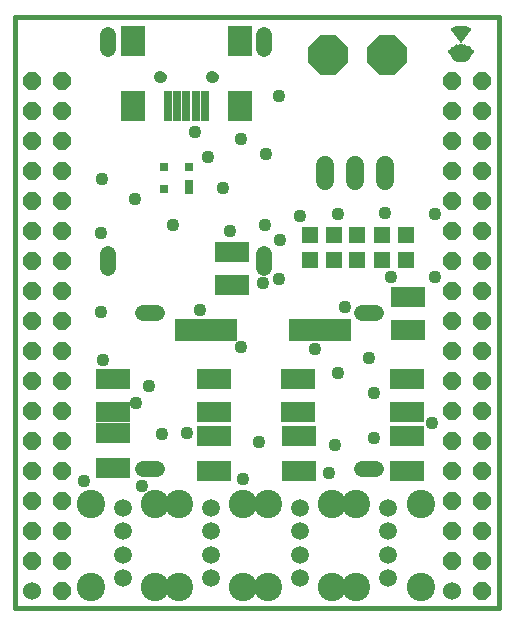
<source format=gts>
G75*
%MOIN*%
%OFA0B0*%
%FSLAX24Y24*%
%IPPOS*%
%LPD*%
%AMOC8*
5,1,8,0,0,1.08239X$1,22.5*
%
%ADD10C,0.0160*%
%ADD11C,0.0600*%
%ADD12OC8,0.0600*%
%ADD13R,0.0312X0.0004*%
%ADD14R,0.0344X0.0004*%
%ADD15R,0.0368X0.0004*%
%ADD16R,0.0392X0.0004*%
%ADD17R,0.0408X0.0004*%
%ADD18R,0.0424X0.0004*%
%ADD19R,0.0432X0.0004*%
%ADD20R,0.0448X0.0004*%
%ADD21R,0.0456X0.0004*%
%ADD22R,0.0472X0.0004*%
%ADD23R,0.0480X0.0004*%
%ADD24R,0.0488X0.0004*%
%ADD25R,0.0496X0.0004*%
%ADD26R,0.0504X0.0004*%
%ADD27R,0.0512X0.0004*%
%ADD28R,0.0520X0.0004*%
%ADD29R,0.0528X0.0004*%
%ADD30R,0.0536X0.0004*%
%ADD31R,0.0536X0.0004*%
%ADD32R,0.0544X0.0004*%
%ADD33R,0.0552X0.0004*%
%ADD34R,0.0560X0.0004*%
%ADD35R,0.0560X0.0004*%
%ADD36R,0.0568X0.0004*%
%ADD37R,0.0576X0.0004*%
%ADD38R,0.0584X0.0004*%
%ADD39R,0.0592X0.0004*%
%ADD40R,0.0592X0.0004*%
%ADD41R,0.0600X0.0004*%
%ADD42R,0.0608X0.0004*%
%ADD43R,0.0608X0.0004*%
%ADD44R,0.0616X0.0004*%
%ADD45R,0.0624X0.0004*%
%ADD46R,0.0632X0.0004*%
%ADD47R,0.0632X0.0004*%
%ADD48R,0.0640X0.0004*%
%ADD49R,0.0648X0.0004*%
%ADD50R,0.0648X0.0004*%
%ADD51R,0.0656X0.0004*%
%ADD52R,0.0664X0.0004*%
%ADD53R,0.0664X0.0004*%
%ADD54R,0.0672X0.0004*%
%ADD55R,0.0680X0.0004*%
%ADD56R,0.0680X0.0004*%
%ADD57R,0.0688X0.0004*%
%ADD58R,0.0696X0.0004*%
%ADD59R,0.0700X0.0004*%
%ADD60R,0.0708X0.0004*%
%ADD61R,0.0716X0.0004*%
%ADD62R,0.0720X0.0004*%
%ADD63R,0.0720X0.0004*%
%ADD64R,0.0724X0.0004*%
%ADD65R,0.0808X0.0004*%
%ADD66R,0.0824X0.0004*%
%ADD67R,0.0832X0.0004*%
%ADD68R,0.0840X0.0004*%
%ADD69R,0.0848X0.0004*%
%ADD70R,0.0856X0.0004*%
%ADD71R,0.0860X0.0004*%
%ADD72R,0.0864X0.0004*%
%ADD73R,0.0864X0.0004*%
%ADD74R,0.0868X0.0004*%
%ADD75R,0.0872X0.0004*%
%ADD76R,0.0872X0.0004*%
%ADD77R,0.0860X0.0004*%
%ADD78R,0.0832X0.0004*%
%ADD79R,0.0824X0.0004*%
%ADD80R,0.0708X0.0004*%
%ADD81R,0.0712X0.0004*%
%ADD82R,0.0712X0.0004*%
%ADD83R,0.0700X0.0004*%
%ADD84R,0.0696X0.0004*%
%ADD85R,0.0692X0.0004*%
%ADD86R,0.0668X0.0004*%
%ADD87R,0.0660X0.0004*%
%ADD88R,0.0452X0.0004*%
%ADD89R,0.0188X0.0004*%
%ADD90R,0.0448X0.0004*%
%ADD91R,0.0440X0.0004*%
%ADD92R,0.0184X0.0004*%
%ADD93R,0.0432X0.0004*%
%ADD94R,0.0184X0.0004*%
%ADD95R,0.0424X0.0004*%
%ADD96R,0.0412X0.0004*%
%ADD97R,0.0128X0.0004*%
%ADD98R,0.0044X0.0004*%
%ADD99R,0.0400X0.0004*%
%ADD100R,0.0008X0.0004*%
%ADD101R,0.0388X0.0004*%
%ADD102R,0.0132X0.0004*%
%ADD103R,0.0360X0.0004*%
%ADD104R,0.0136X0.0004*%
%ADD105R,0.0340X0.0004*%
%ADD106R,0.0140X0.0004*%
%ADD107R,0.0328X0.0004*%
%ADD108R,0.0144X0.0004*%
%ADD109R,0.0324X0.0004*%
%ADD110R,0.0148X0.0004*%
%ADD111R,0.0320X0.0004*%
%ADD112R,0.0156X0.0004*%
%ADD113R,0.0316X0.0004*%
%ADD114R,0.0176X0.0004*%
%ADD115R,0.0080X0.0004*%
%ADD116R,0.0052X0.0004*%
%ADD117R,0.0380X0.0004*%
%ADD118R,0.0372X0.0004*%
%ADD119R,0.0356X0.0004*%
%ADD120R,0.0004X0.0004*%
%ADD121R,0.0308X0.0004*%
%ADD122R,0.0060X0.0004*%
%ADD123R,0.0240X0.0004*%
%ADD124R,0.0232X0.0004*%
%ADD125R,0.0044X0.0004*%
%ADD126R,0.0164X0.0004*%
%ADD127R,0.0056X0.0004*%
%ADD128R,0.0036X0.0004*%
%ADD129R,0.0156X0.0004*%
%ADD130R,0.0048X0.0004*%
%ADD131R,0.0024X0.0004*%
%ADD132R,0.0036X0.0004*%
%ADD133R,0.0016X0.0004*%
%ADD134R,0.0028X0.0004*%
%ADD135R,0.0012X0.0004*%
%ADD136R,0.0124X0.0004*%
%ADD137R,0.0108X0.0004*%
%ADD138R,0.0008X0.0004*%
%ADD139R,0.0092X0.0004*%
%ADD140R,0.0068X0.0004*%
%ADD141R,0.0008X0.0004*%
%ADD142R,0.0016X0.0004*%
%ADD143R,0.0024X0.0004*%
%ADD144R,0.0032X0.0004*%
%ADD145R,0.0032X0.0004*%
%ADD146R,0.0040X0.0004*%
%ADD147R,0.0056X0.0004*%
%ADD148R,0.0064X0.0004*%
%ADD149R,0.0072X0.0004*%
%ADD150R,0.0088X0.0004*%
%ADD151R,0.0096X0.0004*%
%ADD152R,0.0104X0.0004*%
%ADD153R,0.0112X0.0004*%
%ADD154R,0.0120X0.0004*%
%ADD155R,0.0124X0.0004*%
%ADD156R,0.0128X0.0004*%
%ADD157R,0.0144X0.0004*%
%ADD158R,0.0152X0.0004*%
%ADD159R,0.0152X0.0004*%
%ADD160R,0.0160X0.0004*%
%ADD161R,0.0168X0.0004*%
%ADD162R,0.0176X0.0004*%
%ADD163R,0.0184X0.0004*%
%ADD164R,0.0192X0.0004*%
%ADD165R,0.0200X0.0004*%
%ADD166R,0.0208X0.0004*%
%ADD167R,0.0216X0.0004*%
%ADD168R,0.0216X0.0004*%
%ADD169R,0.0224X0.0004*%
%ADD170R,0.0232X0.0004*%
%ADD171R,0.0240X0.0004*%
%ADD172R,0.0248X0.0004*%
%ADD173R,0.0256X0.0004*%
%ADD174R,0.0264X0.0004*%
%ADD175R,0.0272X0.0004*%
%ADD176R,0.0280X0.0004*%
%ADD177R,0.0288X0.0004*%
%ADD178R,0.0296X0.0004*%
%ADD179R,0.0304X0.0004*%
%ADD180R,0.0320X0.0004*%
%ADD181R,0.0328X0.0004*%
%ADD182R,0.0336X0.0004*%
%ADD183R,0.0336X0.0004*%
%ADD184R,0.0200X0.0004*%
%ADD185R,0.0128X0.0004*%
%ADD186R,0.0204X0.0004*%
%ADD187R,0.0216X0.0004*%
%ADD188R,0.0228X0.0004*%
%ADD189R,0.0416X0.0004*%
%ADD190R,0.0424X0.0004*%
%ADD191R,0.0428X0.0004*%
%ADD192R,0.0304X0.0004*%
%ADD193R,0.0180X0.0004*%
%ADD194R,0.0112X0.0004*%
%ADD195R,0.0176X0.0004*%
%ADD196R,0.0112X0.0004*%
%ADD197R,0.0132X0.0004*%
%ADD198R,0.0116X0.0004*%
%ADD199R,0.0332X0.0004*%
%ADD200R,0.0336X0.0004*%
%ADD201R,0.0480X0.0004*%
%ADD202R,0.0496X0.0004*%
%ADD203R,0.0512X0.0004*%
%ADD204R,0.0544X0.0004*%
%ADD205R,0.0208X0.0004*%
%ADD206R,0.0356X0.0004*%
%ADD207R,0.0208X0.0004*%
%ADD208R,0.0364X0.0004*%
%ADD209R,0.0212X0.0004*%
%ADD210R,0.0368X0.0004*%
%ADD211R,0.0220X0.0004*%
%ADD212R,0.0600X0.0004*%
%ADD213R,0.0356X0.0004*%
%ADD214R,0.0228X0.0004*%
%ADD215R,0.0236X0.0004*%
%ADD216R,0.0360X0.0004*%
%ADD217R,0.0368X0.0004*%
%ADD218R,0.0244X0.0004*%
%ADD219R,0.0252X0.0004*%
%ADD220R,0.0376X0.0004*%
%ADD221R,0.0672X0.0004*%
%ADD222R,0.0624X0.0004*%
%ADD223R,0.0596X0.0004*%
%ADD224R,0.0552X0.0004*%
%ADD225R,0.0456X0.0004*%
%ADD226R,0.0384X0.0004*%
%ADD227R,0.0352X0.0004*%
%ADD228R,0.0188X0.0004*%
%ADD229R,0.0108X0.0004*%
%ADD230R,0.0257X0.1044*%
%ADD231R,0.0847X0.1044*%
%ADD232C,0.0000*%
%ADD233C,0.0414*%
%ADD234OC8,0.1310*%
%ADD235C,0.0532*%
%ADD236C,0.0600*%
%ADD237R,0.1123X0.0651*%
%ADD238R,0.1123X0.0690*%
%ADD239R,0.0532X0.0532*%
%ADD240R,0.0296X0.0454*%
%ADD241R,0.0296X0.0296*%
%ADD242R,0.2060X0.0760*%
%ADD243C,0.0591*%
%ADD244C,0.0946*%
%ADD245C,0.0436*%
D10*
X001046Y004003D02*
X017188Y004003D01*
X017188Y023688D01*
X001046Y023688D01*
X001046Y004003D01*
D11*
X001617Y004558D03*
X015617Y004558D03*
D12*
X016617Y004558D03*
X016617Y005558D03*
X016617Y006558D03*
X016617Y007558D03*
X016617Y008558D03*
X016617Y009558D03*
X016617Y010558D03*
X016617Y011558D03*
X016617Y012558D03*
X016617Y013558D03*
X016617Y014558D03*
X016617Y015558D03*
X016617Y016558D03*
X016617Y017558D03*
X016617Y018558D03*
X016617Y019558D03*
X016617Y020558D03*
X016617Y021558D03*
X015617Y021558D03*
X015617Y020558D03*
X015617Y019558D03*
X015617Y018558D03*
X015617Y017558D03*
X015617Y016558D03*
X015617Y015558D03*
X015617Y014558D03*
X015617Y013558D03*
X015617Y012558D03*
X015617Y011558D03*
X015617Y010558D03*
X015617Y009558D03*
X015617Y008558D03*
X015617Y007558D03*
X015617Y006558D03*
X015617Y005558D03*
X002617Y005558D03*
X002617Y006558D03*
X002617Y007558D03*
X002617Y008558D03*
X002617Y009558D03*
X002617Y010558D03*
X002617Y011558D03*
X002617Y012558D03*
X002617Y013558D03*
X002617Y014558D03*
X002617Y015558D03*
X002617Y016558D03*
X002617Y017558D03*
X002617Y018558D03*
X002617Y019558D03*
X002617Y020558D03*
X002617Y021558D03*
X001617Y021558D03*
X001617Y020558D03*
X001617Y019558D03*
X001617Y018558D03*
X001617Y017558D03*
X001617Y016558D03*
X001617Y015558D03*
X001617Y014558D03*
X001617Y013558D03*
X001617Y012558D03*
X001617Y011558D03*
X001617Y010558D03*
X001617Y009558D03*
X001617Y008558D03*
X001617Y007558D03*
X001617Y006558D03*
X001617Y005558D03*
X002617Y004558D03*
D13*
X015926Y022205D03*
X015930Y022717D03*
X015926Y023017D03*
X015926Y023021D03*
D14*
X015926Y022209D03*
D15*
X015926Y022213D03*
D16*
X015926Y022217D03*
X015902Y022701D03*
D17*
X015926Y023081D03*
X015926Y023085D03*
X015926Y023341D03*
X015926Y022221D03*
D18*
X015926Y022225D03*
D19*
X015926Y022229D03*
X015926Y023101D03*
X015926Y023337D03*
D20*
X015926Y022233D03*
D21*
X015926Y022237D03*
D22*
X015926Y022241D03*
D23*
X015926Y022245D03*
X015926Y023329D03*
D24*
X015926Y023137D03*
X015926Y022249D03*
D25*
X015926Y022253D03*
D26*
X015926Y022257D03*
X015926Y023149D03*
D27*
X015926Y023321D03*
X015926Y022261D03*
D28*
X015926Y022265D03*
X015926Y023157D03*
X015926Y023161D03*
D29*
X015926Y023165D03*
X015926Y022269D03*
D30*
X015926Y022273D03*
D31*
X015926Y022277D03*
X015926Y023169D03*
X015926Y023317D03*
D32*
X015926Y023177D03*
X015926Y022281D03*
D33*
X015926Y022285D03*
X015926Y023181D03*
D34*
X015926Y023185D03*
X015926Y022289D03*
D35*
X015926Y022293D03*
D36*
X015926Y022297D03*
X015926Y023189D03*
X015926Y023309D03*
D37*
X015926Y022305D03*
X015926Y022301D03*
D38*
X015926Y022309D03*
X015926Y023305D03*
D39*
X015926Y022313D03*
D40*
X015926Y022317D03*
D41*
X015926Y022321D03*
X015926Y022325D03*
D42*
X015926Y022329D03*
X015926Y023297D03*
D43*
X015926Y022333D03*
D44*
X015926Y022337D03*
X015926Y022341D03*
D45*
X015926Y022345D03*
X015926Y022349D03*
D46*
X015926Y022353D03*
D47*
X015926Y022357D03*
X015926Y023289D03*
D48*
X015926Y022365D03*
X015926Y022361D03*
D49*
X015926Y022369D03*
X015926Y022377D03*
X015926Y023285D03*
D50*
X015926Y022373D03*
D51*
X015926Y022381D03*
X015926Y022385D03*
X015926Y023249D03*
X015926Y023281D03*
D52*
X015926Y023277D03*
X015926Y023257D03*
X015926Y022389D03*
D53*
X015926Y022393D03*
X015926Y023253D03*
D54*
X015926Y023261D03*
X015930Y022629D03*
X015926Y022405D03*
X015926Y022401D03*
X015926Y022397D03*
D55*
X015926Y022409D03*
X015926Y022625D03*
X015926Y023265D03*
X015926Y023269D03*
D56*
X015926Y022413D03*
D57*
X015926Y022417D03*
X015926Y022421D03*
X015926Y022621D03*
D58*
X015926Y022429D03*
X015926Y022425D03*
D59*
X015928Y022433D03*
D60*
X015928Y022437D03*
X015928Y022441D03*
D61*
X015928Y022445D03*
X015928Y022449D03*
D62*
X015926Y022453D03*
D63*
X015926Y022457D03*
D64*
X015924Y022461D03*
D65*
X015926Y022465D03*
X015926Y022557D03*
D66*
X015926Y022469D03*
D67*
X015926Y022473D03*
D68*
X015926Y022477D03*
X015926Y022545D03*
D69*
X015926Y022541D03*
X015926Y022481D03*
D70*
X015926Y022485D03*
X015926Y022537D03*
D71*
X015924Y022489D03*
D72*
X015926Y022493D03*
D73*
X015926Y022497D03*
X015926Y022525D03*
X015926Y022529D03*
D74*
X015924Y022521D03*
X015924Y022505D03*
X015924Y022501D03*
D75*
X015926Y022509D03*
X015926Y022517D03*
D76*
X015926Y022513D03*
D77*
X015924Y022533D03*
D78*
X015926Y022549D03*
D79*
X015926Y022553D03*
D80*
X015916Y022589D03*
X015920Y022601D03*
D81*
X015918Y022593D03*
D82*
X015918Y022597D03*
D83*
X015920Y022605D03*
X015920Y022609D03*
D84*
X015922Y022613D03*
D85*
X015924Y022617D03*
D86*
X015932Y022633D03*
D87*
X015932Y022637D03*
X015932Y022641D03*
D88*
X016032Y022645D03*
D89*
X015700Y022661D03*
X015696Y022649D03*
X015696Y022645D03*
D90*
X016034Y022649D03*
D91*
X016034Y022653D03*
D92*
X015698Y022653D03*
D93*
X016034Y022657D03*
D94*
X015698Y022657D03*
D95*
X016038Y022661D03*
D96*
X016040Y022665D03*
D97*
X015738Y022669D03*
X015734Y022665D03*
X015818Y023041D03*
X015814Y023045D03*
D98*
X015628Y022665D03*
D99*
X016042Y022669D03*
X015926Y023077D03*
D100*
X015926Y022817D03*
X015610Y022669D03*
D101*
X016044Y022673D03*
D102*
X015744Y022673D03*
X016088Y023113D03*
D103*
X016038Y023201D03*
X016054Y022677D03*
D104*
X015926Y022745D03*
X015926Y022901D03*
X015806Y023061D03*
X015746Y022677D03*
D105*
X016060Y022681D03*
D106*
X015752Y022681D03*
X015804Y023065D03*
D107*
X015994Y023121D03*
X016058Y022685D03*
D108*
X015758Y022685D03*
D109*
X016056Y022689D03*
D110*
X015928Y022741D03*
X015764Y022689D03*
D111*
X016050Y022693D03*
X015926Y023353D03*
D112*
X015808Y023073D03*
X015772Y022693D03*
D113*
X016044Y022697D03*
D114*
X015790Y022697D03*
D115*
X015926Y022861D03*
X015926Y022865D03*
X016154Y022701D03*
D116*
X016152Y022705D03*
X016052Y022729D03*
D117*
X015904Y022705D03*
D118*
X015908Y022709D03*
D119*
X015912Y022713D03*
X016032Y023193D03*
D120*
X015760Y022717D03*
D121*
X015932Y022721D03*
D122*
X016052Y022725D03*
D123*
X015898Y022725D03*
X015926Y022969D03*
X016126Y023237D03*
X015926Y023361D03*
D124*
X016114Y023217D03*
X016118Y023221D03*
X015898Y022729D03*
D125*
X016056Y022733D03*
D126*
X015928Y022733D03*
D127*
X015814Y022733D03*
D128*
X016056Y022737D03*
D129*
X015928Y022737D03*
D130*
X015926Y022841D03*
X015810Y022737D03*
D131*
X016058Y022741D03*
D132*
X015928Y022765D03*
X015808Y022741D03*
D133*
X015802Y022749D03*
X016058Y022745D03*
D134*
X015804Y022745D03*
D135*
X016060Y022749D03*
D136*
X015928Y022749D03*
X016084Y023105D03*
X015752Y023129D03*
D137*
X015928Y022753D03*
D138*
X015798Y022753D03*
D139*
X015928Y022757D03*
D140*
X015928Y022761D03*
D141*
X015926Y022813D03*
D142*
X015926Y022821D03*
D143*
X015926Y022825D03*
D144*
X015926Y022829D03*
D145*
X015926Y022833D03*
D146*
X015926Y022837D03*
D147*
X015926Y022845D03*
X015926Y022849D03*
D148*
X015926Y022853D03*
D149*
X015926Y022857D03*
D150*
X015926Y022869D03*
D151*
X015926Y022873D03*
D152*
X015926Y022877D03*
X015926Y022881D03*
D153*
X015926Y022885D03*
D154*
X015926Y022889D03*
X015750Y023125D03*
D155*
X015928Y022893D03*
D156*
X015926Y022897D03*
X015810Y023049D03*
X015806Y023057D03*
X016086Y023109D03*
D157*
X015926Y022905D03*
X015806Y023069D03*
D158*
X015926Y022909D03*
D159*
X015926Y022913D03*
D160*
X015926Y022917D03*
D161*
X015926Y022921D03*
X015926Y022925D03*
D162*
X015926Y022929D03*
D163*
X015926Y022933D03*
D164*
X015926Y022937D03*
X015926Y022941D03*
D165*
X015926Y022945D03*
X015998Y023041D03*
X016002Y023045D03*
X016006Y023049D03*
D166*
X016010Y023061D03*
X015926Y022949D03*
D167*
X015926Y022953D03*
D168*
X015926Y022957D03*
D169*
X015926Y022961D03*
D170*
X015926Y022965D03*
X016122Y023229D03*
D171*
X015926Y022973D03*
D172*
X015926Y022977D03*
D173*
X015926Y022981D03*
D174*
X015926Y022985D03*
X015926Y022989D03*
D175*
X015926Y022993D03*
D176*
X015926Y022997D03*
X015926Y023357D03*
D177*
X015926Y023005D03*
X015926Y023001D03*
D178*
X015926Y023009D03*
D179*
X015926Y023013D03*
D180*
X015926Y023025D03*
D181*
X015926Y023029D03*
D182*
X015926Y023033D03*
D183*
X015926Y023037D03*
D184*
X016006Y023053D03*
D185*
X015810Y023053D03*
D186*
X015740Y023197D03*
X016008Y023057D03*
D187*
X016010Y023065D03*
X016010Y023069D03*
D188*
X016008Y023073D03*
D189*
X015926Y023089D03*
D190*
X015926Y023093D03*
D191*
X015924Y023097D03*
D192*
X015858Y023105D03*
D193*
X015916Y023109D03*
X015920Y023117D03*
D194*
X015758Y023109D03*
X015754Y023117D03*
D195*
X015918Y023113D03*
D196*
X015754Y023113D03*
D197*
X016088Y023117D03*
D198*
X015752Y023121D03*
D199*
X015996Y023125D03*
D200*
X015994Y023129D03*
D201*
X015926Y023133D03*
D202*
X015926Y023141D03*
X015926Y023145D03*
X015926Y023325D03*
D203*
X015926Y023153D03*
D204*
X015926Y023173D03*
D205*
X015746Y023193D03*
D206*
X015796Y023221D03*
X015796Y023225D03*
X016036Y023197D03*
D207*
X015738Y023201D03*
D208*
X016040Y023205D03*
D209*
X015736Y023205D03*
D210*
X016038Y023209D03*
D211*
X015740Y023209D03*
D212*
X015926Y023213D03*
D213*
X015800Y023217D03*
X015792Y023229D03*
D214*
X016120Y023225D03*
D215*
X016124Y023233D03*
D216*
X015790Y023233D03*
D217*
X015790Y023237D03*
X015790Y023241D03*
D218*
X016124Y023241D03*
D219*
X016124Y023245D03*
D220*
X015790Y023245D03*
D221*
X015926Y023273D03*
D222*
X015926Y023293D03*
D223*
X015924Y023301D03*
D224*
X015926Y023313D03*
D225*
X015926Y023333D03*
D226*
X015926Y023345D03*
D227*
X015926Y023349D03*
D228*
X015928Y023365D03*
D229*
X015924Y023369D03*
D230*
X007404Y020716D03*
X007089Y020716D03*
X006774Y020716D03*
X006459Y020716D03*
X006145Y020716D03*
D231*
X005003Y020716D03*
X005003Y022881D03*
X008546Y022881D03*
X008546Y020716D03*
D232*
X007464Y021700D02*
X007466Y021726D01*
X007472Y021752D01*
X007482Y021777D01*
X007495Y021800D01*
X007511Y021820D01*
X007531Y021838D01*
X007553Y021853D01*
X007576Y021865D01*
X007602Y021873D01*
X007628Y021877D01*
X007654Y021877D01*
X007680Y021873D01*
X007706Y021865D01*
X007730Y021853D01*
X007751Y021838D01*
X007771Y021820D01*
X007787Y021800D01*
X007800Y021777D01*
X007810Y021752D01*
X007816Y021726D01*
X007818Y021700D01*
X007816Y021674D01*
X007810Y021648D01*
X007800Y021623D01*
X007787Y021600D01*
X007771Y021580D01*
X007751Y021562D01*
X007729Y021547D01*
X007706Y021535D01*
X007680Y021527D01*
X007654Y021523D01*
X007628Y021523D01*
X007602Y021527D01*
X007576Y021535D01*
X007552Y021547D01*
X007531Y021562D01*
X007511Y021580D01*
X007495Y021600D01*
X007482Y021623D01*
X007472Y021648D01*
X007466Y021674D01*
X007464Y021700D01*
X005731Y021700D02*
X005733Y021726D01*
X005739Y021752D01*
X005749Y021777D01*
X005762Y021800D01*
X005778Y021820D01*
X005798Y021838D01*
X005820Y021853D01*
X005843Y021865D01*
X005869Y021873D01*
X005895Y021877D01*
X005921Y021877D01*
X005947Y021873D01*
X005973Y021865D01*
X005997Y021853D01*
X006018Y021838D01*
X006038Y021820D01*
X006054Y021800D01*
X006067Y021777D01*
X006077Y021752D01*
X006083Y021726D01*
X006085Y021700D01*
X006083Y021674D01*
X006077Y021648D01*
X006067Y021623D01*
X006054Y021600D01*
X006038Y021580D01*
X006018Y021562D01*
X005996Y021547D01*
X005973Y021535D01*
X005947Y021527D01*
X005921Y021523D01*
X005895Y021523D01*
X005869Y021527D01*
X005843Y021535D01*
X005819Y021547D01*
X005798Y021562D01*
X005778Y021580D01*
X005762Y021600D01*
X005749Y021623D01*
X005739Y021648D01*
X005733Y021674D01*
X005731Y021700D01*
D233*
X005908Y021700D03*
X007641Y021700D03*
D234*
X011479Y022428D03*
X013447Y022428D03*
D235*
X009362Y022633D02*
X009362Y023105D01*
X004162Y023105D02*
X004162Y022633D01*
X004162Y015805D02*
X004162Y015333D01*
X005328Y013840D02*
X005801Y013840D01*
X009362Y015333D02*
X009362Y015805D01*
X012628Y013840D02*
X013101Y013840D01*
X013101Y008640D02*
X012628Y008640D01*
X005801Y008640D02*
X005328Y008640D01*
D236*
X011384Y018221D02*
X011384Y018761D01*
X012384Y018761D02*
X012384Y018221D01*
X013384Y018221D02*
X013384Y018761D01*
D237*
X014117Y009712D03*
X014117Y008550D03*
X010534Y008550D03*
X010534Y009712D03*
X007699Y009712D03*
X007699Y008550D03*
X004314Y008668D03*
X004314Y009830D03*
D238*
X004314Y010538D03*
X004314Y011641D03*
X007699Y011641D03*
X007699Y010538D03*
X010495Y010538D03*
X010495Y011641D03*
X008290Y014751D03*
X008290Y015853D03*
X014156Y014357D03*
X014156Y013255D03*
X014117Y011641D03*
X014117Y010538D03*
D239*
X014077Y015597D03*
X014077Y016424D03*
X013290Y016424D03*
X013290Y015597D03*
X012463Y015597D03*
X012463Y016424D03*
X011676Y016424D03*
X011676Y015597D03*
X010888Y015597D03*
X010888Y016424D03*
D240*
X006853Y018038D03*
D241*
X006853Y018708D03*
X006026Y018708D03*
X006026Y017960D03*
D242*
X007414Y013255D03*
X011214Y013255D03*
D243*
X010554Y007342D03*
X010554Y006554D03*
X010554Y005767D03*
X010554Y004979D03*
X013506Y004979D03*
X013506Y005767D03*
X013506Y006554D03*
X013506Y007342D03*
X007601Y007342D03*
X007601Y006554D03*
X007601Y005767D03*
X007601Y004979D03*
X004648Y004979D03*
X004648Y005767D03*
X004648Y006554D03*
X004648Y007342D03*
D244*
X003577Y007448D03*
X003577Y004692D03*
X005719Y004692D03*
X006530Y004692D03*
X006530Y007448D03*
X005719Y007448D03*
X008672Y007448D03*
X009483Y007448D03*
X009483Y004692D03*
X008672Y004692D03*
X011625Y004692D03*
X012436Y004692D03*
X014577Y004692D03*
X014577Y007448D03*
X012436Y007448D03*
X011625Y007448D03*
D245*
X011518Y008491D03*
X011715Y009436D03*
X013014Y009672D03*
X013014Y011168D03*
X012857Y012310D03*
X011833Y011838D03*
X011046Y012625D03*
X012069Y014042D03*
X013605Y015027D03*
X015062Y015027D03*
X015062Y017113D03*
X013408Y017153D03*
X011833Y017113D03*
X010573Y017074D03*
X009904Y016247D03*
X009392Y016759D03*
X008211Y016562D03*
X007975Y017979D03*
X007502Y019042D03*
X007069Y019869D03*
X008605Y019633D03*
X009432Y019121D03*
X009865Y021050D03*
X006321Y016759D03*
X005062Y017625D03*
X003959Y018294D03*
X003920Y016483D03*
X003920Y013845D03*
X003999Y012271D03*
X005101Y010814D03*
X005534Y011405D03*
X005967Y009790D03*
X006794Y009830D03*
X005298Y008058D03*
X003369Y008216D03*
X007227Y013924D03*
X008605Y012704D03*
X009314Y014830D03*
X009865Y014948D03*
X009195Y009515D03*
X008644Y008294D03*
X014943Y010145D03*
M02*

</source>
